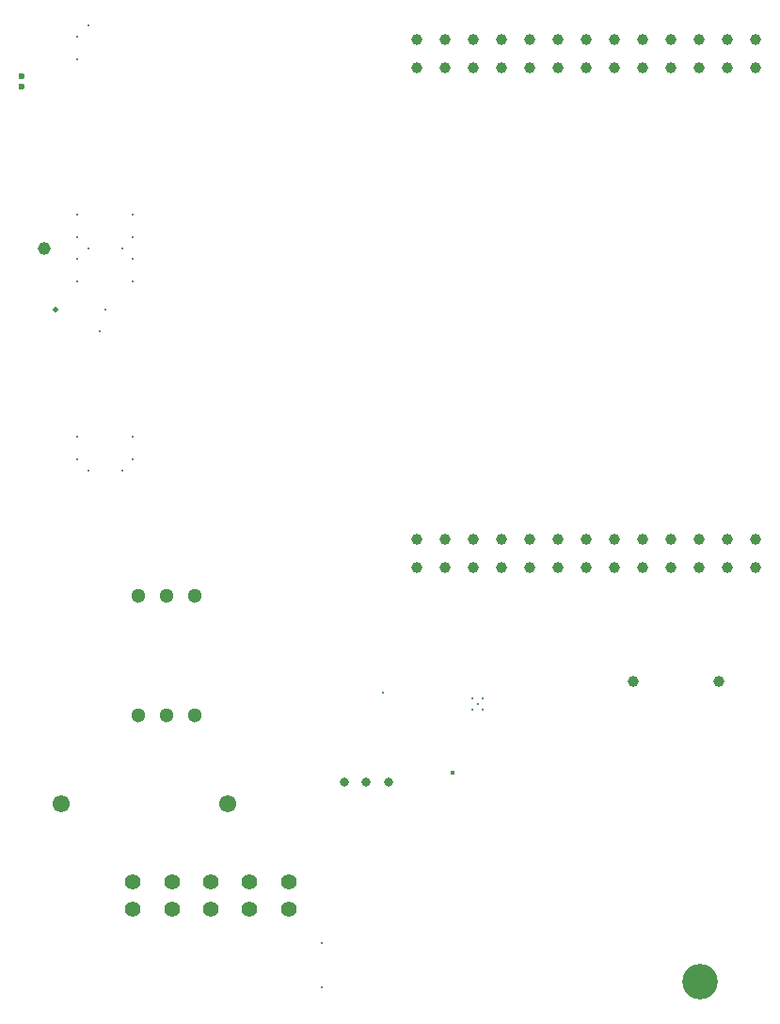
<source format=gbr>
%TF.GenerationSoftware,KiCad,Pcbnew,9.0.2*%
%TF.CreationDate,2025-05-30T08:39:38+03:00*%
%TF.ProjectId,PMCPU-LLU,504d4350-552d-44c4-9c55-2e6b69636164,rev?*%
%TF.SameCoordinates,Original*%
%TF.FileFunction,Plated,1,2,PTH,Drill*%
%TF.FilePolarity,Positive*%
%FSLAX46Y46*%
G04 Gerber Fmt 4.6, Leading zero omitted, Abs format (unit mm)*
G04 Created by KiCad (PCBNEW 9.0.2) date 2025-05-30 08:39:38*
%MOMM*%
%LPD*%
G01*
G04 APERTURE LIST*
%TA.AperFunction,ViaDrill*%
%ADD10C,0.300000*%
%TD*%
%TA.AperFunction,ViaDrill*%
%ADD11C,0.400000*%
%TD*%
%TA.AperFunction,ViaDrill*%
%ADD12C,0.500000*%
%TD*%
%TA.AperFunction,ViaDrill*%
%ADD13C,0.600000*%
%TD*%
%TA.AperFunction,ComponentDrill*%
%ADD14C,0.800000*%
%TD*%
%TA.AperFunction,ComponentDrill*%
%ADD15C,1.000000*%
%TD*%
%TA.AperFunction,ComponentDrill*%
%ADD16C,1.150000*%
%TD*%
%TA.AperFunction,ComponentDrill*%
%ADD17C,1.300000*%
%TD*%
%TA.AperFunction,ComponentDrill*%
%ADD18C,1.400000*%
%TD*%
%TA.AperFunction,ComponentDrill*%
%ADD19C,1.550000*%
%TD*%
%TA.AperFunction,ComponentDrill*%
%ADD20C,3.200000*%
%TD*%
G04 APERTURE END LIST*
D10*
X-34000000Y39000000D03*
X-34000000Y37000000D03*
X-34000000Y23000000D03*
X-34000000Y21000000D03*
X-34000000Y19000000D03*
X-34000000Y17000000D03*
X-34000000Y3000000D03*
X-34000000Y1000000D03*
X-33000000Y40000000D03*
X-33000000Y20000000D03*
X-33000000Y0D03*
X-32000000Y12500000D03*
X-31500000Y14500000D03*
X-30000000Y20000000D03*
X-30000000Y0D03*
X-29000000Y23000000D03*
X-29000000Y21000000D03*
X-29000000Y19000000D03*
X-29000000Y17000000D03*
X-29000000Y3000000D03*
X-29000000Y1000000D03*
X-12000000Y-42500000D03*
X-12000000Y-46500000D03*
X-6500000Y-20000000D03*
X1500000Y-20500000D03*
X1500000Y-21500000D03*
X2000000Y-21000000D03*
X2500000Y-20500000D03*
X2500000Y-21500000D03*
D11*
X-215000Y-27215000D03*
D12*
X-36000000Y14500000D03*
D13*
X-39000000Y35500000D03*
X-39000000Y34500000D03*
D14*
%TO.C,J11*%
X-10000000Y-28000000D03*
X-8000000Y-28000000D03*
X-6000000Y-28000000D03*
D15*
%TO.C,U5*%
X-3440000Y38770000D03*
X-3440000Y36230000D03*
X-3440000Y-6230000D03*
X-3440000Y-8770000D03*
X-900000Y38770000D03*
X-900000Y36230000D03*
X-900000Y-6230000D03*
X-900000Y-8770000D03*
X1640000Y38770000D03*
X1640000Y36230000D03*
X1640000Y-6230000D03*
X1640000Y-8770000D03*
X4180000Y38770000D03*
X4180000Y36230000D03*
X4180000Y-6230000D03*
X4180000Y-8770000D03*
X6720000Y38770000D03*
X6720000Y36230000D03*
X6720000Y-6230000D03*
X6720000Y-8770000D03*
X9260000Y38770000D03*
X9260000Y36230000D03*
X9260000Y-6230000D03*
X9260000Y-8770000D03*
X11800000Y38770000D03*
X11800000Y36230000D03*
X11800000Y-6230000D03*
X11800000Y-8770000D03*
X14340000Y38770000D03*
X14340000Y36230000D03*
X14340000Y-6230000D03*
X14340000Y-8770000D03*
%TO.C,J1*%
X16000000Y-19000000D03*
%TO.C,U5*%
X16880000Y38770000D03*
X16880000Y36230000D03*
X16880000Y-6230000D03*
X16880000Y-8770000D03*
X19420000Y38770000D03*
X19420000Y36230000D03*
X19420000Y-6230000D03*
X19420000Y-8770000D03*
X21960000Y38770000D03*
X21960000Y36230000D03*
X21960000Y-6230000D03*
X21960000Y-8770000D03*
%TO.C,J1*%
X23750000Y-19000000D03*
%TO.C,U5*%
X24500000Y38770000D03*
X24500000Y36230000D03*
X24500000Y-6230000D03*
X24500000Y-8770000D03*
X27040000Y38770000D03*
X27040000Y36230000D03*
X27040000Y-6230000D03*
X27040000Y-8770000D03*
D16*
%TO.C,U2*%
X-37000000Y20000000D03*
D17*
%TO.C,J4*%
X-28540000Y-11235000D03*
%TO.C,J5*%
X-28540000Y-22000000D03*
%TO.C,J4*%
X-26000000Y-11235000D03*
%TO.C,J5*%
X-26000000Y-22000000D03*
%TO.C,J4*%
X-23460000Y-11235000D03*
%TO.C,J5*%
X-23460000Y-22000000D03*
D18*
%TO.C,J3*%
X-29000000Y-37000000D03*
X-29000000Y-39500000D03*
X-25500000Y-37000000D03*
X-25500000Y-39500000D03*
X-22000000Y-37000000D03*
X-22000000Y-39500000D03*
X-18500000Y-37000000D03*
X-18500000Y-39500000D03*
X-15000000Y-37000000D03*
X-15000000Y-39500000D03*
D19*
%TO.C,U1*%
X-35500000Y-30000000D03*
X-20500000Y-30000000D03*
D20*
%TO.C,PE1*%
X22000000Y-46000000D03*
M02*

</source>
